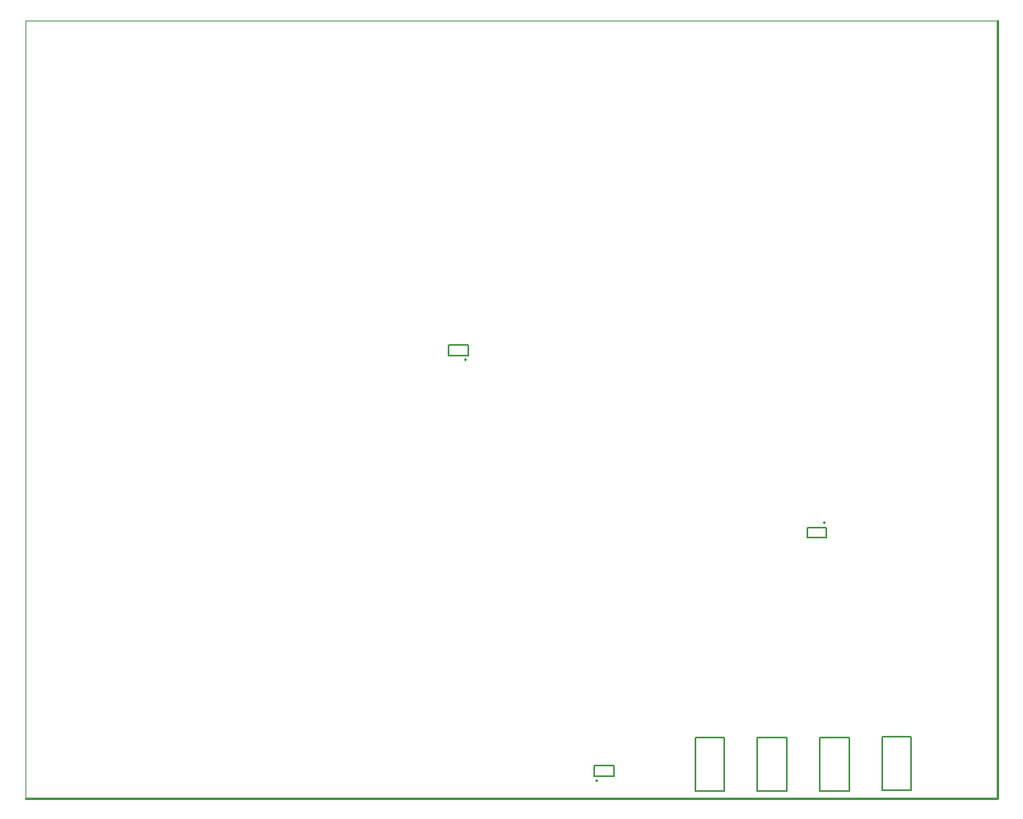
<source format=gbr>
%TF.GenerationSoftware,KiCad,Pcbnew,5.1.9+dfsg1-1*%
%TF.CreationDate,2022-02-21T14:57:18+01:00*%
%TF.ProjectId,sc606-baseboard,73633630-362d-4626-9173-65626f617264,rev?*%
%TF.SameCoordinates,Original*%
%TF.FileFunction,Other,ECO2*%
%FSLAX46Y46*%
G04 Gerber Fmt 4.6, Leading zero omitted, Abs format (unit mm)*
G04 Created by KiCad (PCBNEW 5.1.9+dfsg1-1) date 2022-02-21 14:57:18 commit 2b5f92f*
%MOMM*%
%LPD*%
G01*
G04 APERTURE LIST*
%TA.AperFunction,Profile*%
%ADD10C,0.120000*%
%TD*%
%TA.AperFunction,Profile*%
%ADD11C,0.254000*%
%TD*%
%ADD12C,0.200000*%
%ADD13C,0.127000*%
G04 APERTURE END LIST*
D10*
X175600000Y-42400000D02*
X75600000Y-42400000D01*
D11*
X175600000Y-42400000D02*
X175600000Y-122400000D01*
D10*
X75600000Y-122400000D02*
X75600000Y-42400000D01*
D11*
X175600000Y-122400000D02*
X75600000Y-122400000D01*
D12*
%TO.C,U16*%
X157850000Y-94050000D02*
G75*
G03*
X157850000Y-94050000I-100000J0D01*
G01*
D13*
X156000000Y-94520000D02*
X158000000Y-94520000D01*
X156000000Y-95580000D02*
X156000000Y-94520000D01*
X158000000Y-95580000D02*
X156000000Y-95580000D01*
X158000000Y-94520000D02*
X158000000Y-95580000D01*
%TO.C,S4*%
X147500000Y-116150000D02*
X144500000Y-116150000D01*
X144500000Y-121650000D02*
X147500000Y-121650000D01*
X144500000Y-116150000D02*
X144500000Y-121650000D01*
X147500000Y-121650000D02*
X147500000Y-116150000D01*
D12*
%TO.C,U8*%
X120950000Y-77300000D02*
G75*
G03*
X120950000Y-77300000I-100000J0D01*
G01*
D13*
X119100000Y-76830000D02*
X121100000Y-76830000D01*
X119100000Y-75770000D02*
X119100000Y-76830000D01*
X121100000Y-75770000D02*
X119100000Y-75770000D01*
X121100000Y-76830000D02*
X121100000Y-75770000D01*
D12*
%TO.C,U5*%
X134450000Y-120600000D02*
G75*
G03*
X134450000Y-120600000I-100000J0D01*
G01*
D13*
X136100000Y-120130000D02*
X134100000Y-120130000D01*
X136100000Y-119070000D02*
X136100000Y-120130000D01*
X134100000Y-119070000D02*
X136100000Y-119070000D01*
X134100000Y-120130000D02*
X134100000Y-119070000D01*
%TO.C,S3*%
X166700000Y-116100000D02*
X163700000Y-116100000D01*
X163700000Y-121600000D02*
X166700000Y-121600000D01*
X163700000Y-116100000D02*
X163700000Y-121600000D01*
X166700000Y-121600000D02*
X166700000Y-116100000D01*
%TO.C,S2*%
X153900000Y-116150000D02*
X150900000Y-116150000D01*
X150900000Y-121650000D02*
X153900000Y-121650000D01*
X150900000Y-116150000D02*
X150900000Y-121650000D01*
X153900000Y-121650000D02*
X153900000Y-116150000D01*
%TO.C,S1*%
X160300000Y-116150000D02*
X157300000Y-116150000D01*
X157300000Y-121650000D02*
X160300000Y-121650000D01*
X157300000Y-116150000D02*
X157300000Y-121650000D01*
X160300000Y-121650000D02*
X160300000Y-116150000D01*
%TD*%
M02*

</source>
